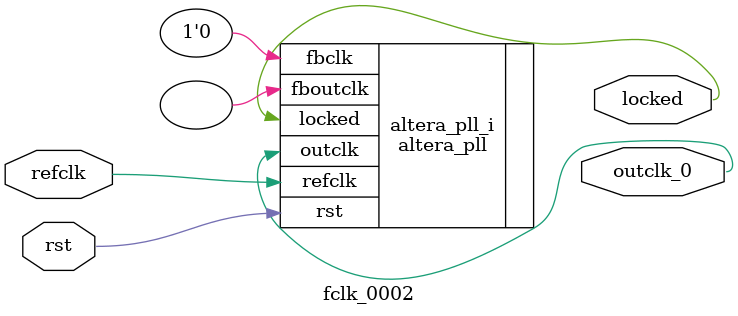
<source format=v>
`timescale 1ns/10ps
module  fclk_0002(

	// interface 'refclk'
	input wire refclk,

	// interface 'reset'
	input wire rst,

	// interface 'outclk0'
	output wire outclk_0,

	// interface 'locked'
	output wire locked
);

	altera_pll #(
		.fractional_vco_multiplier("false"),
		.reference_clock_frequency("50.0 MHz"),
		.operation_mode("direct"),
		.number_of_clocks(1),
		.output_clock_frequency0("700.000000 MHz"),
		.phase_shift0("0 ps"),
		.duty_cycle0(50),
		.output_clock_frequency1("0 MHz"),
		.phase_shift1("0 ps"),
		.duty_cycle1(50),
		.output_clock_frequency2("0 MHz"),
		.phase_shift2("0 ps"),
		.duty_cycle2(50),
		.output_clock_frequency3("0 MHz"),
		.phase_shift3("0 ps"),
		.duty_cycle3(50),
		.output_clock_frequency4("0 MHz"),
		.phase_shift4("0 ps"),
		.duty_cycle4(50),
		.output_clock_frequency5("0 MHz"),
		.phase_shift5("0 ps"),
		.duty_cycle5(50),
		.output_clock_frequency6("0 MHz"),
		.phase_shift6("0 ps"),
		.duty_cycle6(50),
		.output_clock_frequency7("0 MHz"),
		.phase_shift7("0 ps"),
		.duty_cycle7(50),
		.output_clock_frequency8("0 MHz"),
		.phase_shift8("0 ps"),
		.duty_cycle8(50),
		.output_clock_frequency9("0 MHz"),
		.phase_shift9("0 ps"),
		.duty_cycle9(50),
		.output_clock_frequency10("0 MHz"),
		.phase_shift10("0 ps"),
		.duty_cycle10(50),
		.output_clock_frequency11("0 MHz"),
		.phase_shift11("0 ps"),
		.duty_cycle11(50),
		.output_clock_frequency12("0 MHz"),
		.phase_shift12("0 ps"),
		.duty_cycle12(50),
		.output_clock_frequency13("0 MHz"),
		.phase_shift13("0 ps"),
		.duty_cycle13(50),
		.output_clock_frequency14("0 MHz"),
		.phase_shift14("0 ps"),
		.duty_cycle14(50),
		.output_clock_frequency15("0 MHz"),
		.phase_shift15("0 ps"),
		.duty_cycle15(50),
		.output_clock_frequency16("0 MHz"),
		.phase_shift16("0 ps"),
		.duty_cycle16(50),
		.output_clock_frequency17("0 MHz"),
		.phase_shift17("0 ps"),
		.duty_cycle17(50),
		.pll_type("General"),
		.pll_subtype("General")
	) altera_pll_i (
		.rst	(rst),
		.outclk	({outclk_0}),
		.locked	(locked),
		.fboutclk	( ),
		.fbclk	(1'b0),
		.refclk	(refclk)
	);
endmodule


</source>
